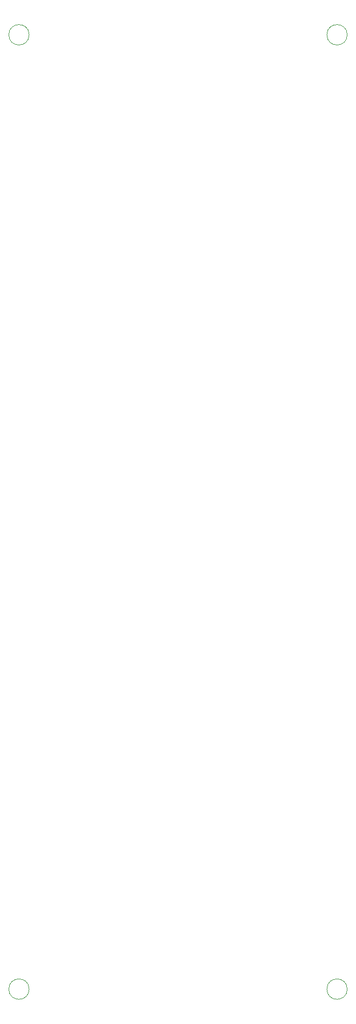
<source format=gbr>
G04 #@! TF.GenerationSoftware,KiCad,Pcbnew,7.0.11*
G04 #@! TF.CreationDate,2024-07-26T17:39:16-04:00*
G04 #@! TF.ProjectId,cluster-pcb,636c7573-7465-4722-9d70-63622e6b6963,1.0*
G04 #@! TF.SameCoordinates,Original*
G04 #@! TF.FileFunction,AssemblyDrawing,Bot*
%FSLAX46Y46*%
G04 Gerber Fmt 4.6, Leading zero omitted, Abs format (unit mm)*
G04 Created by KiCad (PCBNEW 7.0.11) date 2024-07-26 17:39:16*
%MOMM*%
%LPD*%
G01*
G04 APERTURE LIST*
%ADD10C,0.100000*%
G04 APERTURE END LIST*
D10*
X129000000Y-176600000D02*
G75*
G03*
X125800000Y-176600000I-1600000J0D01*
G01*
X125800000Y-176600000D02*
G75*
G03*
X129000000Y-176600000I1600000J0D01*
G01*
X79000000Y-26600000D02*
G75*
G03*
X75800000Y-26600000I-1600000J0D01*
G01*
X75800000Y-26600000D02*
G75*
G03*
X79000000Y-26600000I1600000J0D01*
G01*
X129000000Y-26600000D02*
G75*
G03*
X125800000Y-26600000I-1600000J0D01*
G01*
X125800000Y-26600000D02*
G75*
G03*
X129000000Y-26600000I1600000J0D01*
G01*
X79000000Y-176600000D02*
G75*
G03*
X75800000Y-176600000I-1600000J0D01*
G01*
X75800000Y-176600000D02*
G75*
G03*
X79000000Y-176600000I1600000J0D01*
G01*
M02*

</source>
